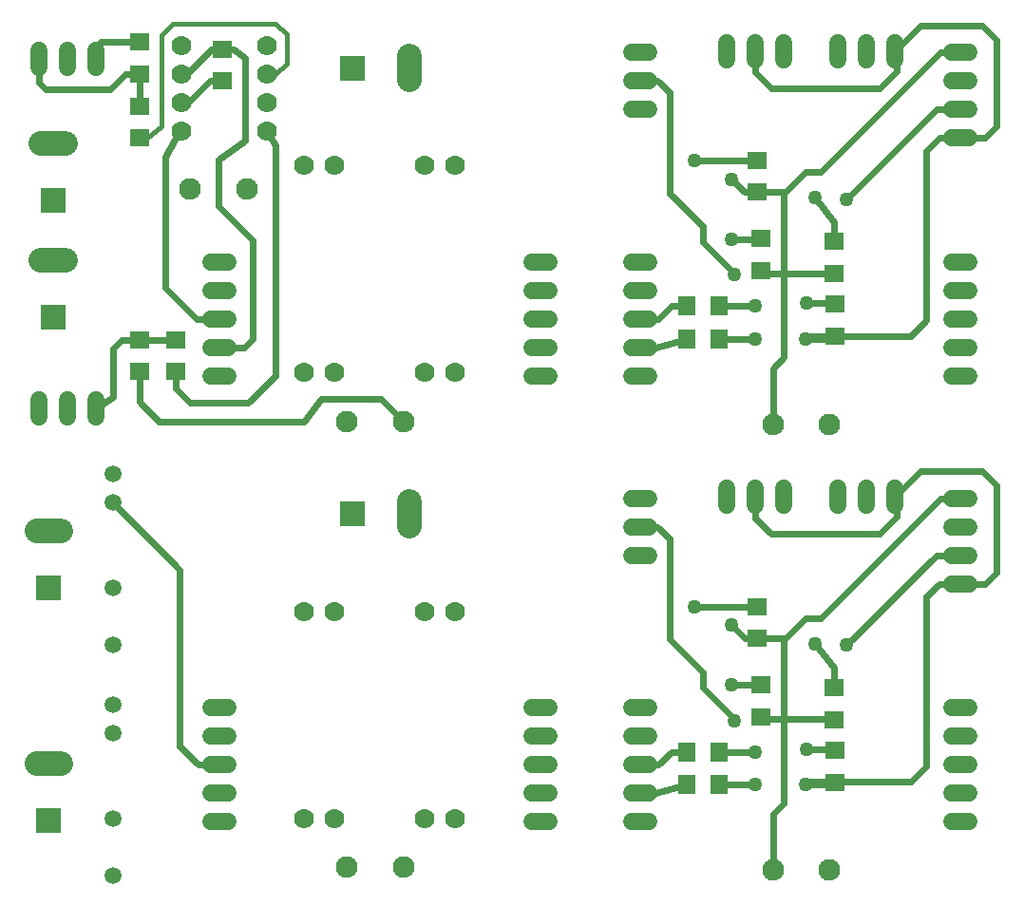
<source format=gbl>
G75*
%MOIN*%
%OFA0B0*%
%FSLAX25Y25*%
%IPPOS*%
%LPD*%
%AMOC8*
5,1,8,0,0,1.08239X$1,22.5*
%
%ADD10C,0.07600*%
%ADD11C,0.07000*%
%ADD12C,0.06000*%
%ADD13R,0.08600X0.08600*%
%ADD14C,0.08600*%
%ADD15R,0.07098X0.06299*%
%ADD16R,0.06299X0.07098*%
%ADD17C,0.05937*%
%ADD18C,0.05000*%
%ADD19C,0.02400*%
%ADD20C,0.01600*%
D10*
X0146257Y0060700D03*
X0165943Y0060700D03*
X0295757Y0059700D03*
X0315443Y0059700D03*
X0315443Y0216300D03*
X0295757Y0216300D03*
X0165943Y0217300D03*
X0146257Y0217300D03*
X0110943Y0298800D03*
X0091257Y0298800D03*
D11*
X0088100Y0319300D03*
X0088100Y0329300D03*
X0088100Y0339300D03*
X0088100Y0349300D03*
X0118100Y0349300D03*
X0118100Y0339300D03*
X0118100Y0329300D03*
X0118100Y0319300D03*
X0131072Y0307233D03*
X0141883Y0307233D03*
X0173380Y0307233D03*
X0184191Y0307233D03*
X0184191Y0234398D03*
X0173380Y0234398D03*
X0141883Y0234398D03*
X0131072Y0234398D03*
X0131072Y0150633D03*
X0141883Y0150633D03*
X0173380Y0150633D03*
X0184191Y0150633D03*
X0184191Y0077798D03*
X0173380Y0077798D03*
X0141883Y0077798D03*
X0131072Y0077798D03*
D12*
X0104600Y0076700D02*
X0098600Y0076700D01*
X0098600Y0086700D02*
X0104600Y0086700D01*
X0104600Y0096700D02*
X0098600Y0096700D01*
X0098600Y0106700D02*
X0104600Y0106700D01*
X0104600Y0116700D02*
X0098600Y0116700D01*
X0211100Y0116700D02*
X0217100Y0116700D01*
X0217100Y0106700D02*
X0211100Y0106700D01*
X0211100Y0096700D02*
X0217100Y0096700D01*
X0217100Y0086700D02*
X0211100Y0086700D01*
X0211100Y0076700D02*
X0217100Y0076700D01*
X0246100Y0076700D02*
X0252100Y0076700D01*
X0252100Y0086700D02*
X0246100Y0086700D01*
X0246100Y0096700D02*
X0252100Y0096700D01*
X0252100Y0106700D02*
X0246100Y0106700D01*
X0246100Y0116700D02*
X0252100Y0116700D01*
X0252100Y0170200D02*
X0246100Y0170200D01*
X0246100Y0180200D02*
X0252100Y0180200D01*
X0252100Y0190200D02*
X0246100Y0190200D01*
X0279600Y0187700D02*
X0279600Y0193700D01*
X0289600Y0193700D02*
X0289600Y0187700D01*
X0299600Y0187700D02*
X0299600Y0193700D01*
X0318600Y0193700D02*
X0318600Y0187700D01*
X0328600Y0187700D02*
X0328600Y0193700D01*
X0338600Y0193700D02*
X0338600Y0187700D01*
X0358600Y0190200D02*
X0364600Y0190200D01*
X0364600Y0180200D02*
X0358600Y0180200D01*
X0358600Y0170200D02*
X0364600Y0170200D01*
X0364600Y0160200D02*
X0358600Y0160200D01*
X0358600Y0116700D02*
X0364600Y0116700D01*
X0364600Y0106700D02*
X0358600Y0106700D01*
X0358600Y0096700D02*
X0364600Y0096700D01*
X0364600Y0086700D02*
X0358600Y0086700D01*
X0358600Y0076700D02*
X0364600Y0076700D01*
X0364600Y0233300D02*
X0358600Y0233300D01*
X0358600Y0243300D02*
X0364600Y0243300D01*
X0364600Y0253300D02*
X0358600Y0253300D01*
X0358600Y0263300D02*
X0364600Y0263300D01*
X0364600Y0273300D02*
X0358600Y0273300D01*
X0358600Y0316800D02*
X0364600Y0316800D01*
X0364600Y0326800D02*
X0358600Y0326800D01*
X0358600Y0336800D02*
X0364600Y0336800D01*
X0364600Y0346800D02*
X0358600Y0346800D01*
X0338600Y0344300D02*
X0338600Y0350300D01*
X0328600Y0350300D02*
X0328600Y0344300D01*
X0318600Y0344300D02*
X0318600Y0350300D01*
X0299600Y0350300D02*
X0299600Y0344300D01*
X0289600Y0344300D02*
X0289600Y0350300D01*
X0279600Y0350300D02*
X0279600Y0344300D01*
X0252100Y0346800D02*
X0246100Y0346800D01*
X0246100Y0336800D02*
X0252100Y0336800D01*
X0252100Y0326800D02*
X0246100Y0326800D01*
X0246100Y0273300D02*
X0252100Y0273300D01*
X0252100Y0263300D02*
X0246100Y0263300D01*
X0246100Y0253300D02*
X0252100Y0253300D01*
X0252100Y0243300D02*
X0246100Y0243300D01*
X0246100Y0233300D02*
X0252100Y0233300D01*
X0217100Y0233300D02*
X0211100Y0233300D01*
X0211100Y0243300D02*
X0217100Y0243300D01*
X0217100Y0253300D02*
X0211100Y0253300D01*
X0211100Y0263300D02*
X0217100Y0263300D01*
X0217100Y0273300D02*
X0211100Y0273300D01*
X0104600Y0273300D02*
X0098600Y0273300D01*
X0098600Y0263300D02*
X0104600Y0263300D01*
X0104600Y0253300D02*
X0098600Y0253300D01*
X0098600Y0243300D02*
X0104600Y0243300D01*
X0104600Y0233300D02*
X0098600Y0233300D01*
X0058200Y0224700D02*
X0058200Y0218700D01*
X0048200Y0218700D02*
X0048200Y0224700D01*
X0038200Y0224700D02*
X0038200Y0218700D01*
X0038100Y0341600D02*
X0038100Y0347600D01*
X0048100Y0347600D02*
X0048100Y0341600D01*
X0058100Y0341600D02*
X0058100Y0347600D01*
D13*
X0043100Y0294800D03*
X0043100Y0253800D03*
X0148100Y0184700D03*
X0041600Y0158700D03*
X0041600Y0077200D03*
X0148100Y0341300D03*
D14*
X0168100Y0337000D02*
X0168100Y0345600D01*
X0047400Y0314800D02*
X0038800Y0314800D01*
X0038800Y0273800D02*
X0047400Y0273800D01*
X0045900Y0178700D02*
X0037300Y0178700D01*
X0037300Y0097200D02*
X0045900Y0097200D01*
X0168100Y0180400D02*
X0168100Y0189000D01*
D15*
X0086100Y0234702D03*
X0086100Y0245898D03*
X0073600Y0245898D03*
X0073600Y0234702D03*
X0073600Y0316702D03*
X0073600Y0327898D03*
X0073600Y0339202D03*
X0073600Y0350398D03*
X0102600Y0347898D03*
X0102600Y0336702D03*
X0290100Y0308898D03*
X0290100Y0297702D03*
X0291600Y0281398D03*
X0291600Y0270202D03*
X0317100Y0269202D03*
X0317600Y0258398D03*
X0317600Y0247202D03*
X0317100Y0280398D03*
X0290100Y0152298D03*
X0290100Y0141102D03*
X0291600Y0124798D03*
X0291600Y0113602D03*
X0317100Y0112602D03*
X0317600Y0101798D03*
X0317600Y0090602D03*
X0317100Y0123798D03*
D16*
X0276698Y0101200D03*
X0265502Y0101200D03*
X0265502Y0089700D03*
X0276698Y0089700D03*
X0276698Y0246300D03*
X0265502Y0246300D03*
X0265502Y0257800D03*
X0276698Y0257800D03*
D17*
X0064100Y0057700D03*
X0064100Y0077700D03*
X0064100Y0107700D03*
X0064100Y0117700D03*
X0064100Y0138700D03*
X0064100Y0158700D03*
X0064100Y0188700D03*
X0064100Y0198700D03*
D18*
X0268100Y0152200D03*
X0281100Y0145700D03*
X0281100Y0124700D03*
X0282100Y0112200D03*
X0289600Y0101200D03*
X0289600Y0089700D03*
X0307100Y0089700D03*
X0307600Y0102200D03*
X0310600Y0139200D03*
X0321600Y0138700D03*
X0307100Y0246300D03*
X0307600Y0258800D03*
X0289600Y0257800D03*
X0289600Y0246300D03*
X0282100Y0268800D03*
X0281100Y0281300D03*
X0281100Y0302300D03*
X0268100Y0308800D03*
X0310600Y0295800D03*
X0321600Y0295300D03*
D19*
X0353100Y0326800D01*
X0361600Y0326800D01*
X0361600Y0316800D02*
X0354100Y0316800D01*
X0349600Y0312300D01*
X0349600Y0252800D01*
X0344100Y0247300D01*
X0308100Y0247300D01*
X0307100Y0246300D01*
X0316698Y0246300D01*
X0317600Y0247202D01*
X0318002Y0246800D01*
X0317600Y0258398D02*
X0317198Y0258800D01*
X0307600Y0258800D01*
X0299600Y0269300D02*
X0294100Y0269300D01*
X0293100Y0270300D01*
X0291698Y0270300D01*
X0291600Y0270202D01*
X0292502Y0269300D01*
X0294100Y0269300D01*
X0299600Y0269300D02*
X0299600Y0297300D01*
X0300002Y0297702D01*
X0290100Y0297702D01*
X0285698Y0297702D01*
X0281100Y0302300D01*
X0290100Y0308898D02*
X0268198Y0308898D01*
X0268100Y0308800D01*
X0259600Y0297300D02*
X0259600Y0332800D01*
X0255100Y0336800D01*
X0249100Y0336800D01*
X0289600Y0339800D02*
X0295100Y0334300D01*
X0333100Y0334300D01*
X0339100Y0340300D01*
X0339100Y0346800D01*
X0338600Y0347300D01*
X0347600Y0356300D01*
X0369100Y0356300D01*
X0374100Y0351300D01*
X0374100Y0320800D01*
X0370100Y0316800D01*
X0361600Y0316800D01*
X0361600Y0346800D02*
X0354600Y0346800D01*
X0312600Y0304800D01*
X0307100Y0304800D01*
X0300002Y0297702D01*
X0310600Y0295800D02*
X0317100Y0287300D01*
X0317100Y0280398D01*
X0317002Y0269300D02*
X0299600Y0269300D01*
X0299600Y0239800D01*
X0295757Y0235957D01*
X0295757Y0216300D01*
X0289600Y0190700D02*
X0289600Y0183200D01*
X0295100Y0177700D01*
X0333100Y0177700D01*
X0339100Y0183700D01*
X0339100Y0190200D01*
X0338600Y0190700D01*
X0347600Y0199700D01*
X0369100Y0199700D01*
X0374100Y0194700D01*
X0374100Y0164200D01*
X0370100Y0160200D01*
X0361600Y0160200D01*
X0354100Y0160200D01*
X0349600Y0155700D01*
X0349600Y0096200D01*
X0344100Y0090700D01*
X0308100Y0090700D01*
X0307100Y0089700D01*
X0316698Y0089700D01*
X0317600Y0090602D01*
X0318002Y0090200D01*
X0317600Y0101798D02*
X0317198Y0102200D01*
X0307600Y0102200D01*
X0299600Y0112700D02*
X0294100Y0112700D01*
X0293100Y0113700D01*
X0291698Y0113700D01*
X0291600Y0113602D01*
X0292502Y0112700D01*
X0294100Y0112700D01*
X0299600Y0112700D02*
X0299600Y0140700D01*
X0300002Y0141102D01*
X0290100Y0141102D01*
X0285698Y0141102D01*
X0281100Y0145700D01*
X0290100Y0152298D02*
X0268198Y0152298D01*
X0268100Y0152200D01*
X0259600Y0140700D02*
X0259600Y0176200D01*
X0255100Y0180200D01*
X0249100Y0180200D01*
X0259600Y0140700D02*
X0271100Y0129200D01*
X0271100Y0123700D01*
X0282100Y0112700D01*
X0282100Y0112200D01*
X0276698Y0101200D02*
X0289600Y0101200D01*
X0289600Y0089700D02*
X0276698Y0089700D01*
X0265502Y0089700D02*
X0254600Y0086700D01*
X0249100Y0086700D01*
X0249100Y0096700D02*
X0255600Y0096700D01*
X0260100Y0101200D01*
X0265502Y0101200D01*
X0281100Y0124700D02*
X0291502Y0124700D01*
X0291600Y0124798D01*
X0299600Y0112700D02*
X0299600Y0083200D01*
X0295757Y0079357D01*
X0295757Y0059700D01*
X0299600Y0112700D02*
X0317002Y0112700D01*
X0317100Y0112602D01*
X0317100Y0123798D02*
X0317100Y0130700D01*
X0310600Y0139200D01*
X0321600Y0138700D02*
X0353100Y0170200D01*
X0361600Y0170200D01*
X0361600Y0190200D02*
X0354600Y0190200D01*
X0312600Y0148200D01*
X0307100Y0148200D01*
X0300002Y0141102D01*
X0289600Y0246300D02*
X0276698Y0246300D01*
X0265502Y0246300D02*
X0254600Y0243300D01*
X0249100Y0243300D01*
X0249100Y0253300D02*
X0255600Y0253300D01*
X0260100Y0257800D01*
X0265502Y0257800D01*
X0276698Y0257800D02*
X0289600Y0257800D01*
X0282100Y0268800D02*
X0282100Y0269300D01*
X0271100Y0280300D01*
X0271100Y0285800D01*
X0259600Y0297300D01*
X0281100Y0281300D02*
X0291502Y0281300D01*
X0291600Y0281398D01*
X0317002Y0269300D02*
X0317100Y0269202D01*
X0289600Y0339800D02*
X0289600Y0347300D01*
X0165943Y0217300D02*
X0157943Y0225300D01*
X0137100Y0225300D01*
X0131100Y0217300D01*
X0080100Y0217300D01*
X0073600Y0224300D01*
X0073600Y0234702D01*
X0064100Y0242800D02*
X0064100Y0225800D01*
X0058200Y0221700D01*
X0064100Y0242800D02*
X0067198Y0245898D01*
X0073600Y0245898D01*
X0086100Y0245898D01*
X0093600Y0253300D02*
X0101600Y0253300D01*
X0093600Y0253300D02*
X0082600Y0264300D01*
X0082600Y0310300D01*
X0087600Y0319300D01*
X0088100Y0319300D01*
X0088100Y0329300D02*
X0090600Y0329300D01*
X0098100Y0336800D01*
X0102600Y0336702D01*
X0110600Y0344800D02*
X0110600Y0315800D01*
X0101100Y0309300D01*
X0101100Y0292800D01*
X0113100Y0280800D01*
X0113100Y0246300D01*
X0110100Y0243300D01*
X0101600Y0243300D01*
X0086100Y0234702D02*
X0086100Y0228800D01*
X0091100Y0223800D01*
X0111600Y0223800D01*
X0121100Y0233300D01*
X0121100Y0314300D01*
X0118100Y0319300D01*
X0090100Y0339300D02*
X0098600Y0347800D01*
X0102502Y0347800D01*
X0102600Y0347898D01*
X0106502Y0347898D01*
X0110600Y0344800D01*
X0090100Y0339300D02*
X0088100Y0339300D01*
X0073600Y0339202D02*
X0073600Y0327898D01*
X0063100Y0333800D02*
X0040600Y0333800D01*
X0038100Y0336300D01*
X0038100Y0344600D01*
X0058100Y0344600D02*
X0059698Y0350398D01*
X0073600Y0350398D01*
X0073600Y0339202D02*
X0068502Y0339202D01*
X0063100Y0333800D01*
X0064100Y0188700D02*
X0087600Y0165200D01*
X0087600Y0103200D01*
X0094100Y0096700D01*
X0101600Y0096700D01*
D20*
X0076002Y0316702D02*
X0081100Y0320800D01*
X0081100Y0352800D01*
X0085100Y0356800D01*
X0121100Y0356800D01*
X0125100Y0353300D01*
X0125100Y0342800D01*
X0121100Y0339300D01*
X0118100Y0339300D01*
X0076002Y0316702D02*
X0073600Y0316702D01*
M02*

</source>
